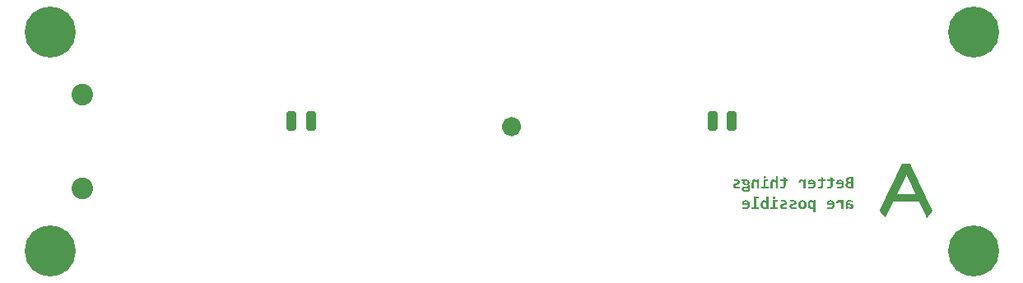
<source format=gbr>
%TF.GenerationSoftware,KiCad,Pcbnew,9.0.0-rc1-661-gd7f89c6576*%
%TF.CreationDate,2025-01-26T19:33:11-05:00*%
%TF.ProjectId,TS_Front_Endcap,54535f46-726f-46e7-945f-456e64636170,rev?*%
%TF.SameCoordinates,Original*%
%TF.FileFunction,Soldermask,Bot*%
%TF.FilePolarity,Negative*%
%FSLAX46Y46*%
G04 Gerber Fmt 4.6, Leading zero omitted, Abs format (unit mm)*
G04 Created by KiCad (PCBNEW 9.0.0-rc1-661-gd7f89c6576) date 2025-01-26 19:33:11*
%MOMM*%
%LPD*%
G01*
G04 APERTURE LIST*
G04 Aperture macros list*
%AMRoundRect*
0 Rectangle with rounded corners*
0 $1 Rounding radius*
0 $2 $3 $4 $5 $6 $7 $8 $9 X,Y pos of 4 corners*
0 Add a 4 corners polygon primitive as box body*
4,1,4,$2,$3,$4,$5,$6,$7,$8,$9,$2,$3,0*
0 Add four circle primitives for the rounded corners*
1,1,$1+$1,$2,$3*
1,1,$1+$1,$4,$5*
1,1,$1+$1,$6,$7*
1,1,$1+$1,$8,$9*
0 Add four rect primitives between the rounded corners*
20,1,$1+$1,$2,$3,$4,$5,0*
20,1,$1+$1,$4,$5,$6,$7,0*
20,1,$1+$1,$6,$7,$8,$9,0*
20,1,$1+$1,$8,$9,$2,$3,0*%
G04 Aperture macros list end*
%ADD10C,1.000000*%
%ADD11C,0.200000*%
%ADD12C,0.800000*%
%ADD13C,0.010000*%
%ADD14C,5.250000*%
%ADD15C,2.220000*%
%ADD16RoundRect,0.150000X0.350000X0.850000X-0.350000X0.850000X-0.350000X-0.850000X0.350000X-0.850000X0*%
G04 APERTURE END LIST*
D10*
X146010000Y-103729993D02*
G75*
G02*
X145010000Y-103729993I-500000J0D01*
G01*
X145010000Y-103729993D02*
G75*
G02*
X146010000Y-103729993I500000J0D01*
G01*
D11*
G36*
X180648980Y-110056629D02*
G01*
X180305536Y-110056629D01*
X180194624Y-110050224D01*
X180104367Y-110032573D01*
X180031274Y-110005503D01*
X179972401Y-109970075D01*
X179922874Y-109922600D01*
X179887292Y-109865176D01*
X179865007Y-109795772D01*
X179857449Y-109715338D01*
X180085189Y-109715338D01*
X180088571Y-109749766D01*
X180098576Y-109781734D01*
X180114968Y-109810628D01*
X180137737Y-109835590D01*
X180166006Y-109855600D01*
X180201825Y-109871365D01*
X180241955Y-109880868D01*
X180290918Y-109884291D01*
X180438943Y-109884291D01*
X180438943Y-109559311D01*
X180307228Y-109559311D01*
X180232851Y-109564798D01*
X180178668Y-109579283D01*
X180139891Y-109600703D01*
X180109586Y-109631716D01*
X180091509Y-109669227D01*
X180085189Y-109715338D01*
X179857449Y-109715338D01*
X179857073Y-109711338D01*
X179861416Y-109658805D01*
X179873845Y-109613167D01*
X179893869Y-109571772D01*
X179919468Y-109536999D01*
X179950684Y-109507707D01*
X179986634Y-109484452D01*
X180025978Y-109467522D01*
X180067109Y-109457293D01*
X180027280Y-109439711D01*
X179993943Y-109417055D01*
X179965454Y-109389343D01*
X179942318Y-109357968D01*
X179924409Y-109323103D01*
X179911775Y-109284725D01*
X179904343Y-109244454D01*
X179904059Y-109239717D01*
X180122196Y-109239717D01*
X180124728Y-109271417D01*
X180132121Y-109300343D01*
X180145106Y-109326732D01*
X180164819Y-109350275D01*
X180190169Y-109369306D01*
X180223367Y-109384434D01*
X180261268Y-109393466D01*
X180310690Y-109396821D01*
X180438943Y-109396821D01*
X180438943Y-109101385D01*
X180310690Y-109101385D01*
X180261884Y-109104057D01*
X180224214Y-109111233D01*
X180190768Y-109123482D01*
X180165665Y-109138930D01*
X180145847Y-109158915D01*
X180132505Y-109182476D01*
X180124860Y-109209117D01*
X180122196Y-109239717D01*
X179904059Y-109239717D01*
X179901850Y-109202941D01*
X179908394Y-109136953D01*
X179926808Y-109082764D01*
X179956371Y-109037909D01*
X179997867Y-109000829D01*
X180046366Y-108973923D01*
X180108429Y-108952961D01*
X180187064Y-108939070D01*
X180285763Y-108933971D01*
X180648980Y-108933971D01*
X180648980Y-110056629D01*
G37*
G36*
X179382654Y-109174128D02*
G01*
X179462004Y-109199325D01*
X179532609Y-109240430D01*
X179591565Y-109295496D01*
X179638293Y-109362911D01*
X179674195Y-109444906D01*
X179695850Y-109535065D01*
X179703431Y-109638479D01*
X179695717Y-109741936D01*
X179674195Y-109827358D01*
X179637899Y-109903244D01*
X179589795Y-109964305D01*
X179529301Y-110012508D01*
X179455541Y-110048012D01*
X179373132Y-110068937D01*
X179276510Y-110076324D01*
X179194726Y-110073170D01*
X179111250Y-110063861D01*
X179030313Y-110049781D01*
X178957147Y-110032009D01*
X178957147Y-109864595D01*
X179035109Y-109885078D01*
X179108250Y-109898524D01*
X179179973Y-109906410D01*
X179244658Y-109908910D01*
X179298153Y-109904886D01*
X179344907Y-109893369D01*
X179387257Y-109874054D01*
X179422382Y-109848131D01*
X179450744Y-109815149D01*
X179472313Y-109774348D01*
X179485304Y-109728168D01*
X179489932Y-109672562D01*
X178914985Y-109672562D01*
X178911139Y-109608320D01*
X178909831Y-109552618D01*
X178912381Y-109519919D01*
X179123252Y-109519919D01*
X179486547Y-109519919D01*
X179474861Y-109459398D01*
X179454541Y-109411779D01*
X179426305Y-109374510D01*
X179389682Y-109346096D01*
X179346949Y-109328939D01*
X179296283Y-109322962D01*
X179261004Y-109325959D01*
X179228732Y-109334733D01*
X179199260Y-109349561D01*
X179173646Y-109370740D01*
X179152801Y-109397695D01*
X179136178Y-109432366D01*
X179126260Y-109471547D01*
X179123252Y-109519919D01*
X178912381Y-109519919D01*
X178916265Y-109470126D01*
X178934835Y-109396744D01*
X178965892Y-109330017D01*
X179008002Y-109274184D01*
X179061336Y-109228905D01*
X179127638Y-109194093D01*
X179202470Y-109172916D01*
X179291974Y-109165396D01*
X179382654Y-109174128D01*
G37*
G36*
X177981515Y-110046781D02*
G01*
X178095996Y-110068246D01*
X178205323Y-110076324D01*
X178288224Y-110071444D01*
X178353811Y-110058167D01*
X178411880Y-110034699D01*
X178457136Y-110002850D01*
X178492273Y-109961160D01*
X178517378Y-109908218D01*
X178531515Y-109847650D01*
X178536689Y-109771271D01*
X178536689Y-109342658D01*
X178771653Y-109342658D01*
X178771653Y-109180168D01*
X178536689Y-109180168D01*
X178536689Y-108955667D01*
X178321497Y-108899504D01*
X178321497Y-109180168D01*
X177981515Y-109180168D01*
X177981515Y-109342658D01*
X178321497Y-109342658D01*
X178321497Y-109756499D01*
X178317111Y-109805607D01*
X178305266Y-109842634D01*
X178287107Y-109870365D01*
X178261378Y-109890501D01*
X178224262Y-109903848D01*
X178171702Y-109908910D01*
X178071069Y-109899986D01*
X177981515Y-109879367D01*
X177981515Y-110046781D01*
G37*
G36*
X177012730Y-110046781D02*
G01*
X177127212Y-110068246D01*
X177236539Y-110076324D01*
X177319440Y-110071444D01*
X177385026Y-110058167D01*
X177443096Y-110034699D01*
X177488352Y-110002850D01*
X177523489Y-109961160D01*
X177548593Y-109908218D01*
X177562730Y-109847650D01*
X177567904Y-109771271D01*
X177567904Y-109342658D01*
X177802868Y-109342658D01*
X177802868Y-109180168D01*
X177567904Y-109180168D01*
X177567904Y-108955667D01*
X177352713Y-108899504D01*
X177352713Y-109180168D01*
X177012730Y-109180168D01*
X177012730Y-109342658D01*
X177352713Y-109342658D01*
X177352713Y-109756499D01*
X177348327Y-109805607D01*
X177336481Y-109842634D01*
X177318322Y-109870365D01*
X177292594Y-109890501D01*
X177255477Y-109903848D01*
X177202918Y-109908910D01*
X177102285Y-109899986D01*
X177012730Y-109879367D01*
X177012730Y-110046781D01*
G37*
G36*
X176476300Y-109174128D02*
G01*
X176555651Y-109199325D01*
X176626256Y-109240430D01*
X176685212Y-109295496D01*
X176731940Y-109362911D01*
X176767842Y-109444906D01*
X176789497Y-109535065D01*
X176797077Y-109638479D01*
X176789364Y-109741936D01*
X176767842Y-109827358D01*
X176731546Y-109903244D01*
X176683442Y-109964305D01*
X176622947Y-110012508D01*
X176549188Y-110048012D01*
X176466779Y-110068937D01*
X176370157Y-110076324D01*
X176288373Y-110073170D01*
X176204897Y-110063861D01*
X176123960Y-110049781D01*
X176050793Y-110032009D01*
X176050793Y-109864595D01*
X176128756Y-109885078D01*
X176201897Y-109898524D01*
X176273620Y-109906410D01*
X176338305Y-109908910D01*
X176391800Y-109904886D01*
X176438553Y-109893369D01*
X176480904Y-109874054D01*
X176516028Y-109848131D01*
X176544391Y-109815149D01*
X176565960Y-109774348D01*
X176578951Y-109728168D01*
X176583579Y-109672562D01*
X176008632Y-109672562D01*
X176004785Y-109608320D01*
X176003478Y-109552618D01*
X176006028Y-109519919D01*
X176216899Y-109519919D01*
X176580193Y-109519919D01*
X176568508Y-109459398D01*
X176548188Y-109411779D01*
X176519952Y-109374510D01*
X176483329Y-109346096D01*
X176440596Y-109328939D01*
X176389930Y-109322962D01*
X176354651Y-109325959D01*
X176322379Y-109334733D01*
X176292907Y-109349561D01*
X176267293Y-109370740D01*
X176246448Y-109397695D01*
X176229825Y-109432366D01*
X176219907Y-109471547D01*
X176216899Y-109519919D01*
X176006028Y-109519919D01*
X176009912Y-109470126D01*
X176028482Y-109396744D01*
X176059539Y-109330017D01*
X176101648Y-109274184D01*
X176154983Y-109228905D01*
X176221285Y-109194093D01*
X176296116Y-109172916D01*
X176385621Y-109165396D01*
X176476300Y-109174128D01*
G37*
G36*
X175233497Y-109519919D02*
G01*
X175233954Y-109474206D01*
X175238267Y-109439213D01*
X175246977Y-109407869D01*
X175258886Y-109384280D01*
X175274994Y-109365333D01*
X175293815Y-109352660D01*
X175315495Y-109345252D01*
X175341054Y-109342658D01*
X175386521Y-109351420D01*
X175437071Y-109380511D01*
X175485269Y-109426344D01*
X175545936Y-109505148D01*
X175545936Y-110056629D01*
X175761128Y-110056629D01*
X175761128Y-109180168D01*
X175570941Y-109180168D01*
X175563170Y-109313114D01*
X175514546Y-109252334D01*
X175454305Y-109205788D01*
X175419686Y-109188685D01*
X175380677Y-109175859D01*
X175339074Y-109168106D01*
X175292046Y-109165396D01*
X175228263Y-109171275D01*
X175174564Y-109187939D01*
X175127453Y-109215880D01*
X175088472Y-109254719D01*
X175058801Y-109303125D01*
X175036847Y-109365662D01*
X175025132Y-109435155D01*
X175022614Y-109519919D01*
X175233497Y-109519919D01*
G37*
G36*
X173137593Y-110046781D02*
G01*
X173252075Y-110068246D01*
X173361401Y-110076324D01*
X173444303Y-110071444D01*
X173509889Y-110058167D01*
X173567958Y-110034699D01*
X173613214Y-110002850D01*
X173648351Y-109961160D01*
X173673456Y-109908218D01*
X173687593Y-109847650D01*
X173692767Y-109771271D01*
X173692767Y-109342658D01*
X173927731Y-109342658D01*
X173927731Y-109180168D01*
X173692767Y-109180168D01*
X173692767Y-108955667D01*
X173477575Y-108899504D01*
X173477575Y-109180168D01*
X173137593Y-109180168D01*
X173137593Y-109342658D01*
X173477575Y-109342658D01*
X173477575Y-109756499D01*
X173473189Y-109805607D01*
X173461344Y-109842634D01*
X173443185Y-109870365D01*
X173417456Y-109890501D01*
X173380340Y-109903848D01*
X173327780Y-109908910D01*
X173227147Y-109899986D01*
X173137593Y-109879367D01*
X173137593Y-110046781D01*
G37*
G36*
X172368459Y-110056629D02*
G01*
X172368459Y-109490453D01*
X172373917Y-109433135D01*
X172388075Y-109394205D01*
X172409070Y-109368550D01*
X172437271Y-109353125D01*
X172475170Y-109347582D01*
X172509262Y-109352071D01*
X172542969Y-109365878D01*
X172577188Y-109390358D01*
X172624877Y-109438196D01*
X172680052Y-109506686D01*
X172680052Y-110056629D01*
X172890088Y-110056629D01*
X172890088Y-108840416D01*
X172680052Y-108840416D01*
X172680052Y-109141161D01*
X172690361Y-109300189D01*
X172636198Y-109243102D01*
X172576803Y-109200633D01*
X172507945Y-109174398D01*
X172469839Y-109167740D01*
X172426161Y-109165396D01*
X172361775Y-109171172D01*
X172309141Y-109187323D01*
X172263081Y-109213860D01*
X172225665Y-109249103D01*
X172196621Y-109292417D01*
X172175271Y-109345274D01*
X172162874Y-109403493D01*
X172158499Y-109471065D01*
X172158499Y-110056629D01*
X172368459Y-110056629D01*
G37*
G36*
X171406599Y-108939357D02*
G01*
X171409225Y-108967131D01*
X171416985Y-108992904D01*
X171429408Y-109016454D01*
X171445836Y-109036604D01*
X171465829Y-109053150D01*
X171489306Y-109065994D01*
X171515066Y-109074024D01*
X171543469Y-109076765D01*
X171571937Y-109074034D01*
X171598094Y-109065994D01*
X171621908Y-109053131D01*
X171642024Y-109036604D01*
X171658409Y-109016462D01*
X171670876Y-108992904D01*
X171678577Y-108967135D01*
X171681185Y-108939357D01*
X171678576Y-108911512D01*
X171670876Y-108885732D01*
X171658427Y-108862106D01*
X171642024Y-108841647D01*
X171621872Y-108824771D01*
X171598094Y-108811873D01*
X171571933Y-108803775D01*
X171543469Y-108801025D01*
X171515070Y-108803785D01*
X171489306Y-108811873D01*
X171465865Y-108824751D01*
X171445836Y-108841647D01*
X171429390Y-108862114D01*
X171416985Y-108885732D01*
X171409227Y-108911515D01*
X171406599Y-108939357D01*
G37*
G36*
X171638947Y-109342658D02*
G01*
X171885990Y-109342658D01*
X171885990Y-109180168D01*
X171423833Y-109180168D01*
X171423833Y-109894139D01*
X171171635Y-109894139D01*
X171171635Y-110056629D01*
X171916149Y-110056629D01*
X171916149Y-109894139D01*
X171638947Y-109894139D01*
X171638947Y-109342658D01*
G37*
G36*
X170430890Y-110056629D02*
G01*
X170430890Y-109490453D01*
X170436349Y-109433135D01*
X170450506Y-109394205D01*
X170471501Y-109368550D01*
X170499703Y-109353125D01*
X170537601Y-109347582D01*
X170571694Y-109352071D01*
X170605401Y-109365878D01*
X170639619Y-109390358D01*
X170687308Y-109438196D01*
X170742483Y-109506686D01*
X170742483Y-110056629D01*
X170952520Y-110056629D01*
X170952520Y-109180168D01*
X170770872Y-109180168D01*
X170765718Y-109309575D01*
X170710247Y-109250103D01*
X170647851Y-109204403D01*
X170613114Y-109187769D01*
X170575531Y-109175475D01*
X170535433Y-109168036D01*
X170488592Y-109165396D01*
X170424206Y-109171172D01*
X170371572Y-109187323D01*
X170325512Y-109213860D01*
X170288096Y-109249103D01*
X170259052Y-109292417D01*
X170237703Y-109345274D01*
X170225305Y-109403493D01*
X170220930Y-109471065D01*
X170220930Y-110056629D01*
X170430890Y-110056629D01*
G37*
G36*
X169706436Y-109170603D02*
G01*
X169772468Y-109185630D01*
X169832846Y-109210960D01*
X169883102Y-109245025D01*
X169924356Y-109288497D01*
X169955807Y-109341427D01*
X169975235Y-109401366D01*
X169982043Y-109471757D01*
X169976339Y-109536329D01*
X169960962Y-109584931D01*
X169936800Y-109627245D01*
X169907953Y-109661944D01*
X169942420Y-109704105D01*
X169971271Y-109748883D01*
X169991506Y-109797429D01*
X169999199Y-109852131D01*
X169993741Y-109893765D01*
X169977273Y-109932992D01*
X169950701Y-109967000D01*
X169913184Y-109994925D01*
X169968271Y-110039472D01*
X170007047Y-110085249D01*
X170030282Y-110134411D01*
X170037975Y-110190113D01*
X170032105Y-110237940D01*
X170014741Y-110281206D01*
X169985976Y-110319029D01*
X169942882Y-110352680D01*
X169889903Y-110378401D01*
X169818091Y-110399381D01*
X169738106Y-110411558D01*
X169635982Y-110416076D01*
X169530312Y-110409895D01*
X169444026Y-110392841D01*
X169366181Y-110364568D01*
X169305925Y-110329753D01*
X169256767Y-110285649D01*
X169222833Y-110235814D01*
X169202182Y-110180043D01*
X169197295Y-110138027D01*
X169412174Y-110138027D01*
X169414960Y-110162896D01*
X169423407Y-110187113D01*
X169437818Y-110208857D01*
X169460413Y-110228582D01*
X169488661Y-110244089D01*
X169527117Y-110257356D01*
X169570363Y-110265355D01*
X169627365Y-110268358D01*
X169714678Y-110261621D01*
X169771621Y-110244661D01*
X169800847Y-110225175D01*
X169817211Y-110201134D01*
X169822784Y-110171033D01*
X169819784Y-110138797D01*
X169807781Y-110108715D01*
X169782777Y-110078709D01*
X169741847Y-110046550D01*
X169556815Y-110050012D01*
X169498728Y-110057167D01*
X169453104Y-110073247D01*
X169422945Y-110099482D01*
X169414993Y-110116521D01*
X169412174Y-110138027D01*
X169197295Y-110138027D01*
X169195290Y-110120794D01*
X169200960Y-110069735D01*
X169217294Y-110025931D01*
X169243633Y-109987678D01*
X169279689Y-109955149D01*
X169323108Y-109929716D01*
X169376475Y-109910064D01*
X169434798Y-109897876D01*
X169502574Y-109892369D01*
X169709995Y-109884598D01*
X169751772Y-109876905D01*
X169783623Y-109859440D01*
X169803858Y-109835051D01*
X169810705Y-109807739D01*
X169808069Y-109786471D01*
X169800396Y-109768040D01*
X169775468Y-109735957D01*
X169753022Y-109746529D01*
X169716996Y-109757115D01*
X169677234Y-109763788D01*
X169632597Y-109766116D01*
X169557165Y-109761112D01*
X169490957Y-109746805D01*
X169430532Y-109722384D01*
X169380784Y-109689564D01*
X169339998Y-109647298D01*
X169309310Y-109595702D01*
X169290549Y-109536872D01*
X169283994Y-109467372D01*
X169479340Y-109467372D01*
X169488803Y-109526536D01*
X169500700Y-109553199D01*
X169517192Y-109576237D01*
X169538305Y-109595278D01*
X169564970Y-109610474D01*
X169595418Y-109619943D01*
X169632520Y-109623322D01*
X169679666Y-109618364D01*
X169716963Y-109604588D01*
X169746617Y-109582623D01*
X169768835Y-109553176D01*
X169782580Y-109517110D01*
X169787470Y-109472527D01*
X169778007Y-109411670D01*
X169766076Y-109384156D01*
X169749617Y-109360661D01*
X169728469Y-109341250D01*
X169701840Y-109325963D01*
X169671392Y-109316493D01*
X169634290Y-109313114D01*
X169587145Y-109318074D01*
X169549877Y-109331851D01*
X169520270Y-109353814D01*
X169498165Y-109383339D01*
X169484319Y-109420457D01*
X169479340Y-109467372D01*
X169283994Y-109467372D01*
X169283921Y-109466603D01*
X169286401Y-109431717D01*
X169293846Y-109397514D01*
X169307101Y-109364771D01*
X169327852Y-109332810D01*
X169190135Y-109332810D01*
X169190135Y-109180168D01*
X169493111Y-109180168D01*
X169558122Y-109168704D01*
X169632597Y-109165396D01*
X169706436Y-109170603D01*
G37*
G36*
X168293671Y-109799891D02*
G01*
X168302344Y-109870568D01*
X168326831Y-109927375D01*
X168365179Y-109975093D01*
X168414615Y-110013236D01*
X168472112Y-110041430D01*
X168538560Y-110061245D01*
X168608400Y-110072536D01*
X168680123Y-110076324D01*
X168774205Y-110073663D01*
X168854000Y-110066246D01*
X168930139Y-110053714D01*
X169000333Y-110036933D01*
X169000333Y-109849823D01*
X168918840Y-109879089D01*
X168838920Y-109898678D01*
X168759382Y-109910177D01*
X168687047Y-109913834D01*
X168610484Y-109906477D01*
X168563564Y-109888215D01*
X168540123Y-109868560D01*
X168527009Y-109846618D01*
X168522634Y-109821357D01*
X168531251Y-109785273D01*
X168542758Y-109770155D01*
X168563564Y-109753960D01*
X168630268Y-109723109D01*
X168742980Y-109687410D01*
X168805205Y-109667616D01*
X168856154Y-109646634D01*
X168901558Y-109621190D01*
X168936629Y-109593009D01*
X168964541Y-109559557D01*
X168984407Y-109521304D01*
X168996116Y-109478363D01*
X169000333Y-109425518D01*
X168994305Y-109373765D01*
X168976252Y-109325116D01*
X168946718Y-109281372D01*
X168904393Y-109242256D01*
X168852373Y-109211183D01*
X168785142Y-109186015D01*
X168710376Y-109170892D01*
X168618189Y-109165396D01*
X168471856Y-109173090D01*
X168359067Y-109190016D01*
X168359067Y-109362354D01*
X168433213Y-109341246D01*
X168499784Y-109328040D01*
X168565561Y-109320520D01*
X168630191Y-109318038D01*
X168690700Y-109324504D01*
X168733902Y-109341735D01*
X168756099Y-109360083D01*
X168768755Y-109381622D01*
X168773062Y-109407515D01*
X168765369Y-109442752D01*
X168754745Y-109457052D01*
X168734825Y-109472757D01*
X168671122Y-109503301D01*
X168563026Y-109538000D01*
X168490675Y-109561182D01*
X168435696Y-109583931D01*
X168387741Y-109610945D01*
X168352681Y-109639325D01*
X168325489Y-109672621D01*
X168307443Y-109709722D01*
X168297285Y-109750898D01*
X168293671Y-109799891D01*
G37*
G36*
X180369898Y-111286445D02*
G01*
X180453177Y-111298968D01*
X180532539Y-111318526D01*
X180598202Y-111341283D01*
X180598202Y-111508697D01*
X180526425Y-111479642D01*
X180452330Y-111457919D01*
X180376471Y-111444301D01*
X180299535Y-111439762D01*
X180252522Y-111442634D01*
X180216905Y-111450302D01*
X180185694Y-111463355D01*
X180162203Y-111480000D01*
X180144068Y-111501190D01*
X180131659Y-111526700D01*
X180124656Y-111555273D01*
X180122196Y-111588326D01*
X180122196Y-111641643D01*
X180236677Y-111641643D01*
X180341430Y-111647368D01*
X180425633Y-111663032D01*
X180501496Y-111689303D01*
X180559965Y-111721888D01*
X180607438Y-111763722D01*
X180639979Y-111811519D01*
X180659570Y-111865586D01*
X180666214Y-111925077D01*
X180661669Y-111983165D01*
X180648595Y-112034404D01*
X180626509Y-112080611D01*
X180596509Y-112118881D01*
X180558501Y-112149695D01*
X180511264Y-112173505D01*
X180457968Y-112187956D01*
X180393397Y-112193124D01*
X180343715Y-112190566D01*
X180299996Y-112183276D01*
X180258601Y-112171272D01*
X180221213Y-112155502D01*
X180154971Y-112113110D01*
X180097269Y-112059639D01*
X180092114Y-112173429D01*
X179912159Y-112173429D01*
X179912159Y-111904535D01*
X180122196Y-111904535D01*
X180179101Y-111958359D01*
X180226368Y-111994397D01*
X180274332Y-112018387D01*
X180317615Y-112025710D01*
X180372581Y-112018283D01*
X180411477Y-111998167D01*
X180430227Y-111977588D01*
X180441747Y-111951494D01*
X180445868Y-111918153D01*
X180443157Y-111892529D01*
X180435097Y-111868606D01*
X180421484Y-111847012D01*
X180401091Y-111827522D01*
X180375457Y-111812086D01*
X180340849Y-111799517D01*
X180301714Y-111792127D01*
X180250449Y-111789362D01*
X180122196Y-111789362D01*
X180122196Y-111904535D01*
X179912159Y-111904535D01*
X179912159Y-111577555D01*
X179917849Y-111506539D01*
X179933702Y-111448379D01*
X179961181Y-111397504D01*
X180000405Y-111356055D01*
X180050178Y-111324492D01*
X180115349Y-111300661D01*
X180188652Y-111287184D01*
X180282301Y-111282196D01*
X180369898Y-111286445D01*
G37*
G36*
X179108635Y-111636719D02*
G01*
X179109092Y-111591006D01*
X179113405Y-111556013D01*
X179122114Y-111524669D01*
X179134024Y-111501080D01*
X179150131Y-111482133D01*
X179168953Y-111469460D01*
X179190632Y-111462052D01*
X179216192Y-111459458D01*
X179261658Y-111468220D01*
X179312209Y-111497311D01*
X179360406Y-111543144D01*
X179421074Y-111621948D01*
X179421074Y-112173429D01*
X179636265Y-112173429D01*
X179636265Y-111296968D01*
X179446078Y-111296968D01*
X179438307Y-111429914D01*
X179389684Y-111369134D01*
X179329442Y-111322588D01*
X179294823Y-111305485D01*
X179255814Y-111292659D01*
X179214211Y-111284906D01*
X179167183Y-111282196D01*
X179103400Y-111288075D01*
X179049701Y-111304739D01*
X179002590Y-111332680D01*
X178963609Y-111371519D01*
X178933938Y-111419925D01*
X178911985Y-111482462D01*
X178900269Y-111551955D01*
X178897752Y-111636719D01*
X179108635Y-111636719D01*
G37*
G36*
X178413869Y-111290928D02*
G01*
X178493219Y-111316125D01*
X178563825Y-111357230D01*
X178622781Y-111412296D01*
X178669509Y-111479711D01*
X178705410Y-111561706D01*
X178727066Y-111651865D01*
X178734646Y-111755279D01*
X178726933Y-111858736D01*
X178705410Y-111944158D01*
X178669114Y-112020044D01*
X178621011Y-112081105D01*
X178560516Y-112129308D01*
X178486757Y-112164812D01*
X178404348Y-112185737D01*
X178307726Y-112193124D01*
X178225942Y-112189970D01*
X178142466Y-112180661D01*
X178061529Y-112166581D01*
X177988362Y-112148809D01*
X177988362Y-111981395D01*
X178066324Y-112001878D01*
X178139465Y-112015324D01*
X178211188Y-112023210D01*
X178275874Y-112025710D01*
X178329368Y-112021686D01*
X178376122Y-112010169D01*
X178418472Y-111990854D01*
X178453597Y-111964931D01*
X178481960Y-111931949D01*
X178503529Y-111891148D01*
X178516520Y-111844968D01*
X178521147Y-111789362D01*
X177946201Y-111789362D01*
X177942354Y-111725120D01*
X177941046Y-111669418D01*
X177943596Y-111636719D01*
X178154468Y-111636719D01*
X178517762Y-111636719D01*
X178506077Y-111576198D01*
X178485757Y-111528579D01*
X178457521Y-111491310D01*
X178420898Y-111462896D01*
X178378165Y-111445739D01*
X178327498Y-111439762D01*
X178292219Y-111442759D01*
X178259948Y-111451533D01*
X178230475Y-111466361D01*
X178204862Y-111487540D01*
X178184017Y-111514495D01*
X178167393Y-111549166D01*
X178157476Y-111588347D01*
X178154468Y-111636719D01*
X177943596Y-111636719D01*
X177947480Y-111586926D01*
X177966051Y-111513544D01*
X177997108Y-111446817D01*
X178039217Y-111390984D01*
X178092552Y-111345705D01*
X178158853Y-111310893D01*
X178233685Y-111289716D01*
X178323190Y-111282196D01*
X178413869Y-111290928D01*
G37*
G36*
X176348139Y-111284836D02*
G01*
X176388237Y-111292275D01*
X176425820Y-111304569D01*
X176460557Y-111321203D01*
X176522953Y-111366903D01*
X176578424Y-111426375D01*
X176583579Y-111296968D01*
X176765226Y-111296968D01*
X176765226Y-112513180D01*
X176555189Y-112513180D01*
X176555189Y-112172736D01*
X176495794Y-112183892D01*
X176430398Y-112188200D01*
X176335599Y-112181050D01*
X176250521Y-112160349D01*
X176173043Y-112124730D01*
X176107265Y-112074565D01*
X176053891Y-112010248D01*
X176012556Y-111929155D01*
X175994285Y-111869832D01*
X175982664Y-111801107D01*
X175979003Y-111730274D01*
X176198896Y-111730274D01*
X176202960Y-111795445D01*
X176214437Y-111851295D01*
X176233728Y-111902076D01*
X176258753Y-111942619D01*
X176290699Y-111975870D01*
X176328457Y-112000398D01*
X176371081Y-112015577D01*
X176419242Y-112020786D01*
X176493717Y-112014862D01*
X176555189Y-111999552D01*
X176555189Y-111622409D01*
X176500020Y-111554367D01*
X176452325Y-111506851D01*
X176418128Y-111482554D01*
X176384444Y-111468841D01*
X176350384Y-111464382D01*
X176315750Y-111468218D01*
X176286296Y-111479230D01*
X176260962Y-111497935D01*
X176238903Y-111526393D01*
X176222382Y-111561510D01*
X176209206Y-111608792D01*
X176201706Y-111661537D01*
X176198896Y-111730274D01*
X175979003Y-111730274D01*
X175978550Y-111721504D01*
X175984198Y-111623100D01*
X176000092Y-111539164D01*
X176027126Y-111462548D01*
X176062488Y-111401063D01*
X176108414Y-111350338D01*
X176163582Y-111313125D01*
X176226982Y-111290189D01*
X176301299Y-111282196D01*
X176348139Y-111284836D01*
G37*
G36*
X175520081Y-111290779D02*
G01*
X175603639Y-111315279D01*
X175677995Y-111355390D01*
X175739201Y-111408449D01*
X175787724Y-111473911D01*
X175824369Y-111553551D01*
X175846375Y-111641537D01*
X175854067Y-111742353D01*
X175846541Y-111850796D01*
X175825677Y-111939465D01*
X175790325Y-112018159D01*
X175743894Y-112080258D01*
X175685125Y-112129208D01*
X175613948Y-112164812D01*
X175534066Y-112185733D01*
X175440072Y-112193124D01*
X175341375Y-112184406D01*
X175257655Y-112159657D01*
X175183360Y-112119005D01*
X175122478Y-112065256D01*
X175074338Y-111998987D01*
X175038155Y-111918846D01*
X175016411Y-111830513D01*
X175009232Y-111735506D01*
X175227496Y-111735506D01*
X175230602Y-111792517D01*
X175239575Y-111844140D01*
X175254969Y-111892155D01*
X175275735Y-111931848D01*
X175303506Y-111964984D01*
X175338592Y-111990012D01*
X175379728Y-112005473D01*
X175429762Y-112010939D01*
X175490157Y-112002951D01*
X175539480Y-111980136D01*
X175580404Y-111942080D01*
X175609217Y-111893043D01*
X175628340Y-111826493D01*
X175635490Y-111737199D01*
X175632513Y-111681833D01*
X175623873Y-111631180D01*
X175608633Y-111583974D01*
X175587328Y-111544396D01*
X175558844Y-111511069D01*
X175523625Y-111485770D01*
X175482066Y-111470029D01*
X175429762Y-111464382D01*
X175366563Y-111472502D01*
X175317351Y-111495222D01*
X175278736Y-111532394D01*
X175252063Y-111580577D01*
X175234206Y-111646515D01*
X175227496Y-111735506D01*
X175009232Y-111735506D01*
X175008842Y-111730351D01*
X175016242Y-111624316D01*
X175036847Y-111536779D01*
X175071775Y-111458755D01*
X175118169Y-111396447D01*
X175176914Y-111346990D01*
X175248115Y-111310970D01*
X175328123Y-111289721D01*
X175422838Y-111282196D01*
X175520081Y-111290779D01*
G37*
G36*
X174106377Y-111916691D02*
G01*
X174115050Y-111987368D01*
X174139537Y-112044175D01*
X174177885Y-112091893D01*
X174227322Y-112130036D01*
X174284818Y-112158230D01*
X174351266Y-112178045D01*
X174421107Y-112189336D01*
X174492829Y-112193124D01*
X174586911Y-112190463D01*
X174666706Y-112183046D01*
X174742845Y-112170514D01*
X174813039Y-112153733D01*
X174813039Y-111966623D01*
X174731547Y-111995889D01*
X174651626Y-112015478D01*
X174572088Y-112026977D01*
X174499754Y-112030634D01*
X174423190Y-112023277D01*
X174376271Y-112005015D01*
X174352829Y-111985360D01*
X174339716Y-111963418D01*
X174335340Y-111938157D01*
X174343957Y-111902073D01*
X174355464Y-111886955D01*
X174376271Y-111870760D01*
X174442975Y-111839909D01*
X174555687Y-111804210D01*
X174617911Y-111784416D01*
X174668860Y-111763434D01*
X174714264Y-111737990D01*
X174749336Y-111709809D01*
X174777247Y-111676357D01*
X174797113Y-111638104D01*
X174808822Y-111595163D01*
X174813039Y-111542318D01*
X174807011Y-111490565D01*
X174788958Y-111441916D01*
X174759424Y-111398172D01*
X174717099Y-111359056D01*
X174665079Y-111327983D01*
X174597848Y-111302815D01*
X174523082Y-111287692D01*
X174430896Y-111282196D01*
X174284562Y-111289890D01*
X174171773Y-111306816D01*
X174171773Y-111479154D01*
X174245919Y-111458046D01*
X174312490Y-111444840D01*
X174378267Y-111437320D01*
X174442898Y-111434838D01*
X174503407Y-111441304D01*
X174546608Y-111458535D01*
X174568805Y-111476883D01*
X174581461Y-111498422D01*
X174585769Y-111524315D01*
X174578075Y-111559552D01*
X174567451Y-111573852D01*
X174547531Y-111589557D01*
X174483828Y-111620101D01*
X174375732Y-111654800D01*
X174303381Y-111677982D01*
X174248402Y-111700731D01*
X174200447Y-111727745D01*
X174165388Y-111756125D01*
X174138195Y-111789421D01*
X174120149Y-111826522D01*
X174109991Y-111867698D01*
X174106377Y-111916691D01*
G37*
G36*
X173137593Y-111916691D02*
G01*
X173146266Y-111987368D01*
X173170753Y-112044175D01*
X173209101Y-112091893D01*
X173258537Y-112130036D01*
X173316034Y-112158230D01*
X173382482Y-112178045D01*
X173452322Y-112189336D01*
X173524045Y-112193124D01*
X173618126Y-112190463D01*
X173697922Y-112183046D01*
X173774061Y-112170514D01*
X173844255Y-112153733D01*
X173844255Y-111966623D01*
X173762762Y-111995889D01*
X173682842Y-112015478D01*
X173603304Y-112026977D01*
X173530969Y-112030634D01*
X173454406Y-112023277D01*
X173407486Y-112005015D01*
X173384045Y-111985360D01*
X173370931Y-111963418D01*
X173366556Y-111938157D01*
X173375173Y-111902073D01*
X173386680Y-111886955D01*
X173407486Y-111870760D01*
X173474190Y-111839909D01*
X173586902Y-111804210D01*
X173649126Y-111784416D01*
X173700076Y-111763434D01*
X173745479Y-111737990D01*
X173780551Y-111709809D01*
X173808462Y-111676357D01*
X173828329Y-111638104D01*
X173840038Y-111595163D01*
X173844255Y-111542318D01*
X173838227Y-111490565D01*
X173820174Y-111441916D01*
X173790640Y-111398172D01*
X173748315Y-111359056D01*
X173696295Y-111327983D01*
X173629063Y-111302815D01*
X173554298Y-111287692D01*
X173462111Y-111282196D01*
X173315778Y-111289890D01*
X173202989Y-111306816D01*
X173202989Y-111479154D01*
X173277135Y-111458046D01*
X173343706Y-111444840D01*
X173409483Y-111437320D01*
X173474113Y-111434838D01*
X173534622Y-111441304D01*
X173577824Y-111458535D01*
X173600020Y-111476883D01*
X173612677Y-111498422D01*
X173616984Y-111524315D01*
X173609291Y-111559552D01*
X173598667Y-111573852D01*
X173578747Y-111589557D01*
X173515043Y-111620101D01*
X173406948Y-111654800D01*
X173334597Y-111677982D01*
X173279618Y-111700731D01*
X173231662Y-111727745D01*
X173196603Y-111756125D01*
X173169411Y-111789421D01*
X173151365Y-111826522D01*
X173141206Y-111867698D01*
X173137593Y-111916691D01*
G37*
G36*
X172375383Y-111056157D02*
G01*
X172378010Y-111083931D01*
X172385770Y-111109704D01*
X172398192Y-111133254D01*
X172414621Y-111153404D01*
X172434613Y-111169950D01*
X172458090Y-111182794D01*
X172483850Y-111190824D01*
X172512253Y-111193565D01*
X172540721Y-111190834D01*
X172566878Y-111182794D01*
X172590693Y-111169931D01*
X172610809Y-111153404D01*
X172627193Y-111133262D01*
X172639660Y-111109704D01*
X172647362Y-111083935D01*
X172649969Y-111056157D01*
X172647360Y-111028312D01*
X172639660Y-111002532D01*
X172627212Y-110978906D01*
X172610809Y-110958447D01*
X172590657Y-110941571D01*
X172566878Y-110928673D01*
X172540718Y-110920575D01*
X172512253Y-110917825D01*
X172483854Y-110920585D01*
X172458090Y-110928673D01*
X172434649Y-110941551D01*
X172414621Y-110958447D01*
X172398174Y-110978914D01*
X172385770Y-111002532D01*
X172378011Y-111028315D01*
X172375383Y-111056157D01*
G37*
G36*
X172607731Y-111459458D02*
G01*
X172854774Y-111459458D01*
X172854774Y-111296968D01*
X172392617Y-111296968D01*
X172392617Y-112010939D01*
X172140419Y-112010939D01*
X172140419Y-112173429D01*
X172884934Y-112173429D01*
X172884934Y-112010939D01*
X172607731Y-112010939D01*
X172607731Y-111459458D01*
G37*
G36*
X171921304Y-112135730D02*
G01*
X171845182Y-112157192D01*
X171764277Y-112173967D01*
X171680250Y-112184517D01*
X171586476Y-112188200D01*
X171491678Y-112181050D01*
X171406599Y-112160349D01*
X171329121Y-112124730D01*
X171263343Y-112074565D01*
X171209969Y-112010248D01*
X171168634Y-111929155D01*
X171150363Y-111869832D01*
X171138742Y-111801107D01*
X171135081Y-111730274D01*
X171354974Y-111730274D01*
X171359038Y-111795445D01*
X171370516Y-111851295D01*
X171389806Y-111902076D01*
X171414831Y-111942619D01*
X171446777Y-111975870D01*
X171484535Y-112000398D01*
X171527159Y-112015577D01*
X171575321Y-112020786D01*
X171649795Y-112014862D01*
X171711267Y-111999552D01*
X171711267Y-111622409D01*
X171656098Y-111554367D01*
X171608403Y-111506851D01*
X171574207Y-111482554D01*
X171540522Y-111468841D01*
X171506462Y-111464382D01*
X171471828Y-111468218D01*
X171442374Y-111479230D01*
X171417040Y-111497935D01*
X171394981Y-111526393D01*
X171378460Y-111561510D01*
X171365284Y-111608792D01*
X171357784Y-111661537D01*
X171354974Y-111730274D01*
X171135081Y-111730274D01*
X171134628Y-111721504D01*
X171140277Y-111623100D01*
X171156170Y-111539164D01*
X171183204Y-111462548D01*
X171218566Y-111401063D01*
X171264492Y-111350338D01*
X171319661Y-111313125D01*
X171383060Y-111290189D01*
X171457377Y-111282196D01*
X171515488Y-111286596D01*
X171565693Y-111299126D01*
X171609326Y-111319203D01*
X171668225Y-111361928D01*
X171719884Y-111417374D01*
X171711267Y-111244959D01*
X171711267Y-110957216D01*
X171921304Y-110957216D01*
X171921304Y-112135730D01*
G37*
G36*
X170670163Y-111119706D02*
G01*
X170917206Y-111119706D01*
X170917206Y-110957216D01*
X170455048Y-110957216D01*
X170455048Y-112010939D01*
X170202850Y-112010939D01*
X170202850Y-112173429D01*
X170947365Y-112173429D01*
X170947365Y-112010939D01*
X170670163Y-112010939D01*
X170670163Y-111119706D01*
G37*
G36*
X169694810Y-111290928D02*
G01*
X169774160Y-111316125D01*
X169844765Y-111357230D01*
X169903721Y-111412296D01*
X169950450Y-111479711D01*
X169986351Y-111561706D01*
X170008006Y-111651865D01*
X170015587Y-111755279D01*
X170007873Y-111858736D01*
X169986351Y-111944158D01*
X169950055Y-112020044D01*
X169901952Y-112081105D01*
X169841457Y-112129308D01*
X169767698Y-112164812D01*
X169685288Y-112185737D01*
X169588666Y-112193124D01*
X169506883Y-112189970D01*
X169423407Y-112180661D01*
X169342469Y-112166581D01*
X169269303Y-112148809D01*
X169269303Y-111981395D01*
X169347265Y-112001878D01*
X169420406Y-112015324D01*
X169492129Y-112023210D01*
X169556815Y-112025710D01*
X169610309Y-112021686D01*
X169657063Y-112010169D01*
X169699413Y-111990854D01*
X169734538Y-111964931D01*
X169762901Y-111931949D01*
X169784470Y-111891148D01*
X169797460Y-111844968D01*
X169802088Y-111789362D01*
X169227142Y-111789362D01*
X169223295Y-111725120D01*
X169221987Y-111669418D01*
X169224537Y-111636719D01*
X169435409Y-111636719D01*
X169798703Y-111636719D01*
X169787017Y-111576198D01*
X169766698Y-111528579D01*
X169738462Y-111491310D01*
X169701839Y-111462896D01*
X169659105Y-111445739D01*
X169608439Y-111439762D01*
X169573160Y-111442759D01*
X169540889Y-111451533D01*
X169511416Y-111466361D01*
X169485802Y-111487540D01*
X169464958Y-111514495D01*
X169448334Y-111549166D01*
X169438416Y-111588347D01*
X169435409Y-111636719D01*
X169224537Y-111636719D01*
X169228421Y-111586926D01*
X169246991Y-111513544D01*
X169278048Y-111446817D01*
X169320158Y-111390984D01*
X169373493Y-111345705D01*
X169439794Y-111310893D01*
X169514626Y-111289716D01*
X169604131Y-111282196D01*
X169694810Y-111290928D01*
G37*
D12*
%TO.C,REF\u002A\u002A*%
X187690417Y-111050358D02*
X184409584Y-111050358D01*
D13*
X186427500Y-107517129D02*
X188752500Y-112342129D01*
X188747500Y-112352129D01*
X188677500Y-112462129D01*
X188567500Y-112612129D01*
X188527500Y-112662129D01*
X188417500Y-112792129D01*
X188193023Y-113016167D01*
X186059860Y-108580334D01*
X183897500Y-112982129D01*
X183627500Y-112702129D01*
X183497500Y-112532129D01*
X183347500Y-112302129D01*
X185687500Y-107522129D01*
X185887500Y-107502129D01*
X186267500Y-107502129D01*
X186427500Y-107517129D01*
G36*
X186427500Y-107517129D02*
G01*
X188752500Y-112342129D01*
X188747500Y-112352129D01*
X188677500Y-112462129D01*
X188567500Y-112612129D01*
X188527500Y-112662129D01*
X188417500Y-112792129D01*
X188193023Y-113016167D01*
X186059860Y-108580334D01*
X183897500Y-112982129D01*
X183627500Y-112702129D01*
X183497500Y-112532129D01*
X183347500Y-112302129D01*
X185687500Y-107522129D01*
X185887500Y-107502129D01*
X186267500Y-107502129D01*
X186427500Y-107517129D01*
G37*
%TD*%
D14*
%TO.C,H4*%
X193010000Y-116500033D03*
%TD*%
D15*
%TO.C,TP2*%
X101360000Y-100454993D03*
%TD*%
D14*
%TO.C,H2*%
X98010000Y-116500033D03*
%TD*%
%TO.C,H1*%
X98010000Y-94000033D03*
%TD*%
D15*
%TO.C,TP3*%
X101360000Y-110044993D03*
%TD*%
D14*
%TO.C,H3*%
X193010000Y-94000033D03*
%TD*%
D16*
%TO.C,TP4*%
X168160000Y-103125033D03*
X166160000Y-103125033D03*
%TD*%
%TO.C,TP1*%
X124860000Y-103125033D03*
X122860000Y-103125033D03*
%TD*%
M02*

</source>
